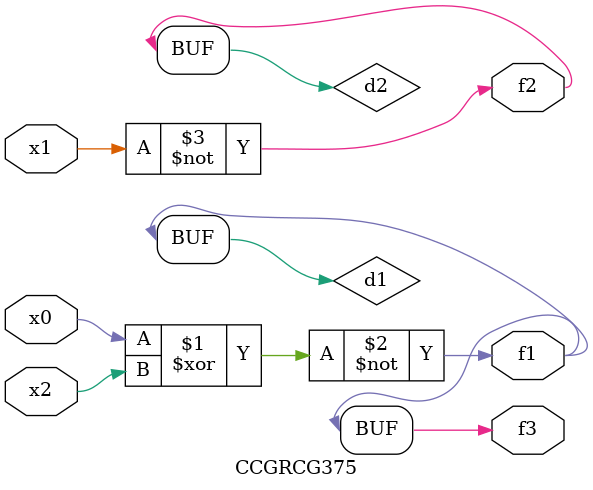
<source format=v>
module CCGRCG375(
	input x0, x1, x2,
	output f1, f2, f3
);

	wire d1, d2, d3;

	xnor (d1, x0, x2);
	nand (d2, x1);
	nor (d3, x1, x2);
	assign f1 = d1;
	assign f2 = d2;
	assign f3 = d1;
endmodule

</source>
